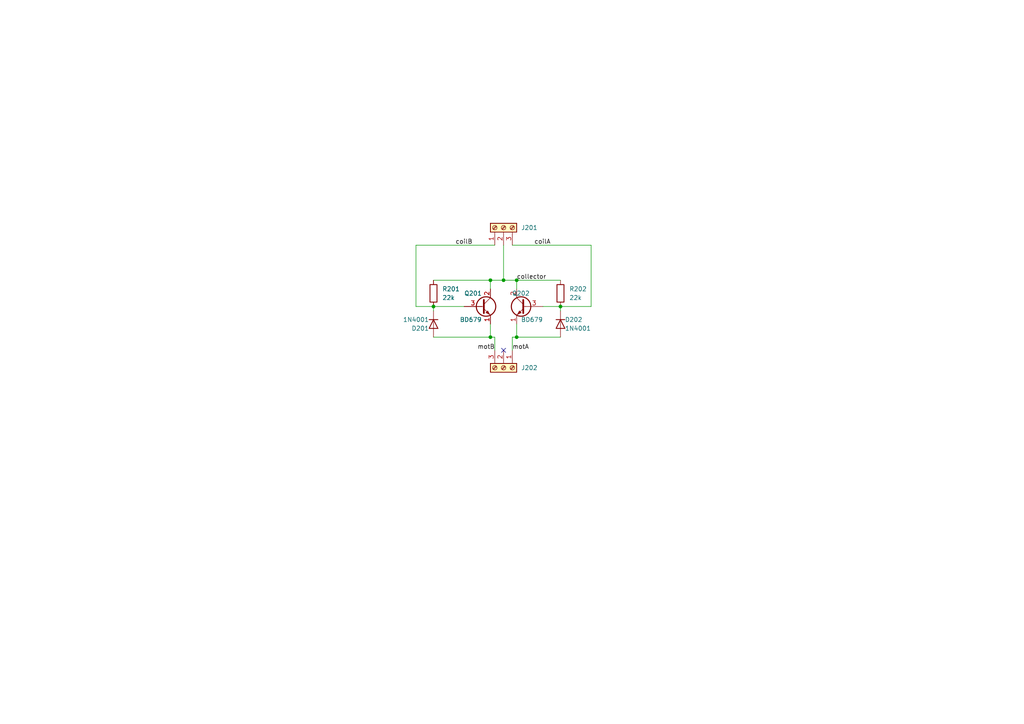
<source format=kicad_sch>
(kicad_sch (version 20231120) (generator "eeschema") (generator_version "8.0")
  (paper "A4")
  (lib_symbols
    (symbol "Connector:Screw_Terminal_01x03" (pin_names (offset 1.016) hide)
      (property "Reference" "J" (at 0 5.08 0))
      (property "Value" "Screw_Terminal_01x03" (at 0 -5.08 0))
      (symbol "Screw_Terminal_01x03_1_1"
        (rectangle (start -1.27 3.81) (end 1.27 -3.81) (stroke (width 0.254)) (fill (type background)))
        (circle (center 0 -2.54) (radius 0.635) (stroke (width 0.1524)))
        (polyline (pts (xy -0.5334 -2.2098) (xy 0.3302 -3.048)) (stroke (width 0.1524)))
        (polyline (pts (xy -0.5334 0.3302) (xy 0.3302 -0.508)) (stroke (width 0.1524)))
        (polyline (pts (xy -0.5334 2.8702) (xy 0.3302 2.032)) (stroke (width 0.1524)))
        (polyline (pts (xy -0.3556 -2.032) (xy 0.508 -2.8702)) (stroke (width 0.1524)))
        (polyline (pts (xy -0.3556 0.508) (xy 0.508 -0.3302)) (stroke (width 0.1524)))
        (polyline (pts (xy -0.3556 3.048) (xy 0.508 2.2098)) (stroke (width 0.1524)))
        (circle (center 0 0) (radius 0.635) (stroke (width 0.1524)))
        (circle (center 0 2.54) (radius 0.635) (stroke (width 0.1524)))
        (pin passive line (at -5.08 2.54 0) (length 3.81) (name "Pin_1") (number "1"))
        (pin passive line (at -5.08 0 0) (length 3.81) (name "Pin_2") (number "2"))
        (pin passive line (at -5.08 -2.54 0) (length 3.81) (name "Pin_3") (number "3"))
      )
    )
    (symbol "Device:R" (pin_numbers hide) (pin_names (offset 0))
      (property "Reference" "R" (at 2.032 0 90))
      (property "Value" "R" (at 0 0 90))
      (symbol "R_0_1"
        (rectangle (start -1.016 -2.54) (end 1.016 2.54) (stroke (width 0.254)))
      )
      (symbol "R_1_1"
        (pin passive line (at 0 3.81 270) (length 1.27) (name "~") (number "1"))
        (pin passive line (at 0 -3.81 90) (length 1.27) (name "~") (number "2"))
      )
    )
    (symbol "Diode:1N4001" (pin_numbers hide) (pin_names hide)
      (property "Reference" "D" (at 0 2.54 0))
      (property "Value" "1N4001" (at 0 -2.54 0))
      (symbol "1N4001_0_1"
        (polyline (pts (xy -1.27 1.27) (xy -1.27 -1.27)) (stroke (width 0.254)))
        (polyline (pts (xy 1.27 0) (xy -1.27 0)))
        (polyline (pts (xy 1.27 1.27) (xy 1.27 -1.27) (xy -1.27 0) (xy 1.27 1.27)) (stroke (width 0.254)))
      )
      (symbol "1N4001_1_1"
        (pin passive line (at -3.81 0 0) (length 2.54) (name "K") (number "1"))
        (pin passive line (at 3.81 0 180) (length 2.54) (name "A") (number "2"))
      )
    )
    (symbol "Transistor_BJT:BD135" (pin_names (offset 0) hide)
      (property "Reference" "Q" (at 5.08 1.905 0))
      (property "Value" "BD135" (at 5.08 0 0))
      (symbol "BD135_0_1"
        (polyline (pts (xy 0 0) (xy 0.635 0)))
        (polyline (pts (xy 2.54 -2.54) (xy 0.635 -0.635)))
        (polyline (pts (xy 2.54 2.54) (xy 0.635 0.635)))
        (polyline (pts (xy 0.635 1.905) (xy 0.635 -1.905) (xy 0.635 -1.905)) (stroke (width 0.508)) (fill (type outline)))
        (polyline (pts (xy 1.2446 -1.778) (xy 1.7526 -1.27) (xy 2.286 -2.286) (xy 1.2446 -1.778) (xy 1.2446 -1.778)) (fill (type outline)))
        (circle (center 1.27 0) (radius 2.8194) (stroke (width 0.3048)))
      )
      (symbol "BD135_1_1"
        (pin passive line (at 2.54 -5.08 90) (length 2.54) (name "E") (number "1"))
        (pin passive line (at 2.54 5.08 270) (length 2.54) (name "C") (number "2"))
        (pin input line (at -5.08 0 0) (length 5.08) (name "B") (number "3"))
      )
    )
  )
  (junction (at 142.24 97.79))
  (junction (at 142.24 81.28))
  (junction (at 149.86 81.28))
  (junction (at 146.05 81.28))
  (junction (at 125.73 88.9))
  (junction (at 149.86 97.79))
  (junction (at 162.56 88.9))
  (no_connect (at 146.05 101.6))
  (wire (pts (xy 142.24 81.28) (xy 146.05 81.28)))
  (wire (pts (xy 120.65 71.12) (xy 120.65 88.9)))
  (wire (pts (xy 171.45 71.12) (xy 171.45 88.9)))
  (wire (pts (xy 148.59 97.79) (xy 149.86 97.79)))
  (wire (pts (xy 143.51 97.79) (xy 142.24 97.79)))
  (wire (pts (xy 162.56 88.9) (xy 162.56 90.17)))
  (wire (pts (xy 142.24 81.28) (xy 142.24 83.82)))
  (wire (pts (xy 125.73 88.9) (xy 125.73 90.17)))
  (wire (pts (xy 125.73 81.28) (xy 142.24 81.28)))
  (wire (pts (xy 171.45 71.12) (xy 148.59 71.12)))
  (wire (pts (xy 157.48 88.9) (xy 162.56 88.9)))
  (wire (pts (xy 162.56 97.79) (xy 149.86 97.79)))
  (wire (pts (xy 142.24 97.79) (xy 142.24 93.98)))
  (wire (pts (xy 149.86 81.28) (xy 162.56 81.28)))
  (wire (pts (xy 143.51 71.12) (xy 120.65 71.12)))
  (wire (pts (xy 143.51 97.79) (xy 143.51 101.6)))
  (wire (pts (xy 149.86 81.28) (xy 149.86 83.82)))
  (wire (pts (xy 125.73 88.9) (xy 134.62 88.9)))
  (wire (pts (xy 146.05 71.12) (xy 146.05 81.28)))
  (wire (pts (xy 149.86 97.79) (xy 149.86 93.98)))
  (wire (pts (xy 146.05 81.28) (xy 149.86 81.28)))
  (wire (pts (xy 148.59 97.79) (xy 148.59 101.6)))
  (wire (pts (xy 125.73 97.79) (xy 142.24 97.79)))
  (wire (pts (xy 162.56 88.9) (xy 171.45 88.9)))
  (wire (pts (xy 120.65 88.9) (xy 125.73 88.9)))
  (label "coilA" (at 154.94 71.12 0))
  (label "motA" (at 148.59 101.6 0))
  (label "coilB" (at 132.08 71.12 0))
  (label "motB" (at 143.51 101.6 180))
  (label "collector" (at 149.86 81.28 0))
  (symbol (lib_id "Diode:1N4001") (at 125.73 93.98 270) (unit 1)
    (property "Reference" "D201" (at 124.46 95.25 90) (effects (justify right)))
    (property "Value" "1N4001" (at 124.46 92.71 90) (effects (justify right)))
    (property "Footprint" "Diode_THT:D_DO-41_SOD81_P10.16mm_Horizontal" (effects (hide yes)))
    (property "Datasheet" "http://www.vishay.com/docs/88503/1n4001.pdf" (effects (hide yes)))
    (property "Description" "50V 1A General Purpose Rectifier Diode, DO-41" (effects (hide yes)))
    (property "Sim.Device" "D" (effects (hide yes)))
    (property "Sim.Pins" "1=K 2=A" (effects (hide yes)))
    (instances (project "wisselMotorExtension-THT" (path "" (reference "D201") (unit 1)) (path "" (reference "D301") (unit 1)) (path "" (reference "D401") (unit 1)) (path "" (reference "D501") (unit 1))))
  )
  (symbol (lib_id "Transistor_BJT:BD135") (at 152.4 88.9 0) (mirror y) (unit 1)
    (property "Reference" "Q202" (at 153.67 85.09 0) (effects (justify left)))
    (property "Value" "BD679" (at 157.48 92.71 0) (effects (justify left)))
    (property "Footprint" "Package_TO_SOT_THT:TO-126-3_Vertical" (effects (hide yes)))
    (property "Datasheet" "http://www.st.com/internet/com/TECHNICAL_RESOURCES/TECHNICAL_LITERATURE/DATASHEET/CD00001225.pdf" (effects (hide yes)))
    (property "Description" "1.5A Ic, 45V Vce, Low Voltage Transistor, TO-126" (effects (hide yes)))
    (instances (project "wisselMotorExtension-THT" (path "" (reference "Q202") (unit 1)) (path "" (reference "Q302") (unit 1)) (path "" (reference "Q402") (unit 1)) (path "" (reference "Q502") (unit 1))))
  )
  (symbol (lib_id "Connector:Screw_Terminal_01x03") (at 146.05 106.68 270) (unit 1)
    (property "Reference" "J202" (at 151.13 106.6799 90) (effects (justify left)))
    (property "Value" "Screw_Terminal_01x03" (effects (hide yes)))
    (property "Footprint" "Connector_Phoenix_MC:PhoenixContact_MC_1,5_3-G-3.5_1x03_P3.50mm_Horizontal" (effects (hide yes)))
    (property "Description" "Generic screw terminal, single row, 01x03, script generated (kicad-library-utils/schlib/autogen/connector/)" (effects (hide yes)))
    (property "JLCPCB Part#" "C22380440" (effects (hide yes)))
    (instances (project "wisselMotorExtension-THT" (path "" (reference "J202") (unit 1)) (path "" (reference "J302") (unit 1)) (path "" (reference "J402") (unit 1)) (path "" (reference "J502") (unit 1))))
  )
  (symbol (lib_id "Diode:1N4001") (at 162.56 93.98 270) (unit 1)
    (property "Reference" "D202" (at 163.83 92.71 90) (effects (justify left)))
    (property "Value" "1N4001" (at 163.83 95.25 90) (effects (justify left)))
    (property "Footprint" "Diode_THT:D_DO-41_SOD81_P10.16mm_Horizontal" (effects (hide yes)))
    (property "Datasheet" "http://www.vishay.com/docs/88503/1n4001.pdf" (effects (hide yes)))
    (property "Description" "50V 1A General Purpose Rectifier Diode, DO-41" (effects (hide yes)))
    (property "Sim.Device" "D" (effects (hide yes)))
    (property "Sim.Pins" "1=K 2=A" (effects (hide yes)))
    (instances (project "wisselMotorExtension-THT" (path "" (reference "D202") (unit 1)) (path "" (reference "D302") (unit 1)) (path "" (reference "D402") (unit 1)) (path "" (reference "D502") (unit 1))))
  )
  (symbol (lib_id "Device:R") (at 125.73 85.09 0) (unit 1)
    (property "Reference" "R201" (at 128.27 83.8199 0) (effects (justify left)))
    (property "Value" "22k" (at 128.27 86.3599 0) (effects (justify left)))
    (property "Footprint" "Resistor_THT:R_Axial_DIN0204_L3.6mm_D1.6mm_P7.62mm_Horizontal" (effects (hide yes)))
    (property "Description" "Resistor" (effects (hide yes)))
    (instances (project "wisselMotorExtension-THT" (path "" (reference "R201") (unit 1)) (path "" (reference "R301") (unit 1)) (path "" (reference "R401") (unit 1)) (path "" (reference "R501") (unit 1))))
  )
  (symbol (lib_id "Device:R") (at 162.56 85.09 0) (unit 1)
    (property "Reference" "R202" (at 165.1 83.8199 0) (effects (justify left)))
    (property "Value" "22k" (at 165.1 86.3599 0) (effects (justify left)))
    (property "Footprint" "Resistor_THT:R_Axial_DIN0204_L3.6mm_D1.6mm_P7.62mm_Horizontal" (effects (hide yes)))
    (property "Description" "Resistor" (effects (hide yes)))
    (instances (project "wisselMotorExtension-THT" (path "" (reference "R202") (unit 1)) (path "" (reference "R302") (unit 1)) (path "" (reference "R402") (unit 1)) (path "" (reference "R502") (unit 1))))
  )
  (symbol (lib_id "Transistor_BJT:BD135") (at 139.7 88.9 0) (unit 1)
    (property "Reference" "Q201" (at 134.62 85.09 0) (effects (justify left)))
    (property "Value" "BD679" (at 133.35 92.71 0) (effects (justify left)))
    (property "Footprint" "Package_TO_SOT_THT:TO-126-3_Vertical" (effects (hide yes)))
    (property "Datasheet" "http://www.st.com/internet/com/TECHNICAL_RESOURCES/TECHNICAL_LITERATURE/DATASHEET/CD00001225.pdf" (effects (hide yes)))
    (property "Description" "1.5A Ic, 45V Vce, Low Voltage Transistor, TO-126" (effects (hide yes)))
    (instances (project "wisselMotorExtension-THT" (path "" (reference "Q201") (unit 1)) (path "" (reference "Q301") (unit 1)) (path "" (reference "Q401") (unit 1)) (path "" (reference "Q501") (unit 1))))
  )
  (symbol (lib_id "Connector:Screw_Terminal_01x03") (at 146.05 66.04 90) (unit 1)
    (property "Reference" "J201" (at 151.13 66.0399 90) (effects (justify right)))
    (property "Value" "Screw_Terminal_01x03" (effects (hide yes)))
    (property "Footprint" "custom_kicad_lib_sk:connector_3.50mm_3P horizontal_MALE" (effects (hide yes)))
    (property "Description" "Generic screw terminal, single row, 01x03, script generated (kicad-library-utils/schlib/autogen/connector/)" (effects (hide yes)))
    (property "JLCPCB Part#" "C6394074" (effects (hide yes)))
    (instances (project "wisselMotorExtension-THT" (path "" (reference "J201") (unit 1)) (path "" (reference "J301") (unit 1)) (path "" (reference "J401") (unit 1)) (path "" (reference "J501") (unit 1))))
  )
)
</source>
